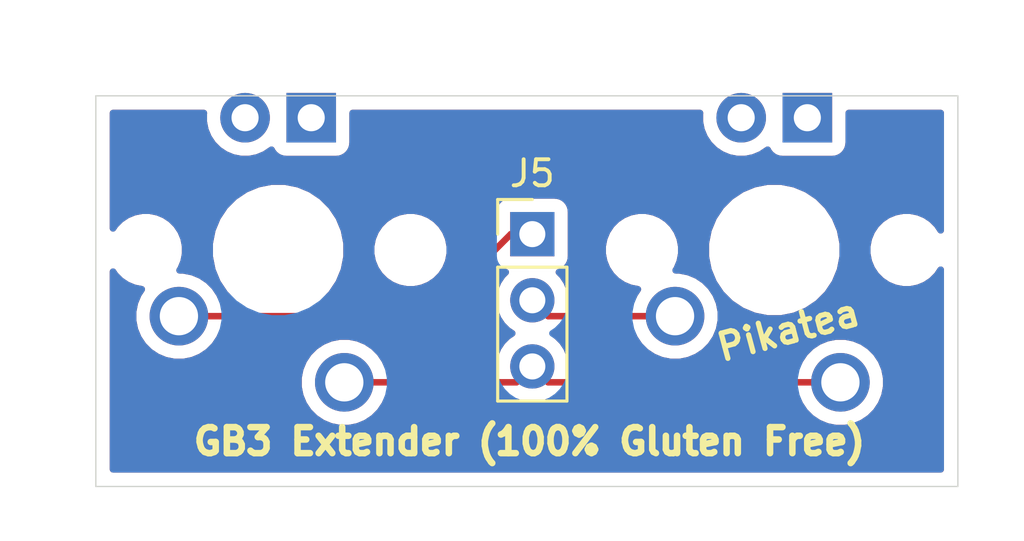
<source format=kicad_pcb>
(kicad_pcb (version 20171130) (host pcbnew "(5.1.6)-1")

  (general
    (thickness 1.6)
    (drawings 6)
    (tracks 9)
    (zones 0)
    (modules 3)
    (nets 7)
  )

  (page A4)
  (layers
    (0 F.Cu signal)
    (31 B.Cu signal)
    (32 B.Adhes user)
    (33 F.Adhes user)
    (34 B.Paste user)
    (35 F.Paste user)
    (36 B.SilkS user)
    (37 F.SilkS user)
    (38 B.Mask user)
    (39 F.Mask user)
    (40 Dwgs.User user)
    (41 Cmts.User user)
    (42 Eco1.User user)
    (43 Eco2.User user)
    (44 Edge.Cuts user)
    (45 Margin user)
    (46 B.CrtYd user)
    (47 F.CrtYd user)
    (48 B.Fab user)
    (49 F.Fab user)
  )

  (setup
    (last_trace_width 0.25)
    (trace_clearance 0.2)
    (zone_clearance 0.508)
    (zone_45_only no)
    (trace_min 0.2)
    (via_size 0.8)
    (via_drill 0.4)
    (via_min_size 0.4)
    (via_min_drill 0.3)
    (uvia_size 0.3)
    (uvia_drill 0.1)
    (uvias_allowed no)
    (uvia_min_size 0.2)
    (uvia_min_drill 0.1)
    (edge_width 0.05)
    (segment_width 0.2)
    (pcb_text_width 0.3)
    (pcb_text_size 1.5 1.5)
    (mod_edge_width 0.12)
    (mod_text_size 1 1)
    (mod_text_width 0.15)
    (pad_size 4 4)
    (pad_drill 4)
    (pad_to_mask_clearance 0.05)
    (aux_axis_origin 0 0)
    (visible_elements 7FFFFFFF)
    (pcbplotparams
      (layerselection 0x010fc_ffffffff)
      (usegerberextensions false)
      (usegerberattributes true)
      (usegerberadvancedattributes true)
      (creategerberjobfile true)
      (excludeedgelayer true)
      (linewidth 0.100000)
      (plotframeref false)
      (viasonmask false)
      (mode 1)
      (useauxorigin false)
      (hpglpennumber 1)
      (hpglpenspeed 20)
      (hpglpendiameter 15.000000)
      (psnegative false)
      (psa4output false)
      (plotreference true)
      (plotvalue true)
      (plotinvisibletext false)
      (padsonsilk false)
      (subtractmaskfromsilk false)
      (outputformat 1)
      (mirror false)
      (drillshape 0)
      (scaleselection 1)
      (outputdirectory "Gerbers"))
  )

  (net 0 "")
  (net 1 /A0)
  (net 2 /D6)
  (net 3 /D8)
  (net 4 "Net-(MX1-Pad4)")
  (net 5 "Net-(MX4-Pad3)")
  (net 6 "Net-(MX5-Pad3)")

  (net_class Default "This is the default net class."
    (clearance 0.2)
    (trace_width 0.25)
    (via_dia 0.8)
    (via_drill 0.4)
    (uvia_dia 0.3)
    (uvia_drill 0.1)
    (add_net /A0)
    (add_net /D6)
    (add_net /D8)
    (add_net "Net-(MX1-Pad4)")
    (add_net "Net-(MX4-Pad3)")
    (add_net "Net-(MX5-Pad3)")
  )

  (module MX_Only:MXOnly-1U locked (layer B.Cu) (tedit 5AC9901D) (tstamp 605AF270)
    (at 207.05 104.92)
    (path /605EA87D)
    (fp_text reference MX5 (at 0 -3.175) (layer Dwgs.User)
      (effects (font (size 1 1) (thickness 0.15)))
    )
    (fp_text value MX-LED (at 0 7.9375) (layer Dwgs.User)
      (effects (font (size 1 1) (thickness 0.15)))
    )
    (fp_line (start 5 7) (end 7 7) (layer Dwgs.User) (width 0.15))
    (fp_line (start 7 7) (end 7 5) (layer Dwgs.User) (width 0.15))
    (fp_line (start 5 -7) (end 7 -7) (layer Dwgs.User) (width 0.15))
    (fp_line (start 7 -7) (end 7 -5) (layer Dwgs.User) (width 0.15))
    (fp_line (start -7 -5) (end -7 -7) (layer Dwgs.User) (width 0.15))
    (fp_line (start -7 -7) (end -5 -7) (layer Dwgs.User) (width 0.15))
    (fp_line (start -5 7) (end -7 7) (layer Dwgs.User) (width 0.15))
    (fp_line (start -7 7) (end -7 5) (layer Dwgs.User) (width 0.15))
    (fp_line (start -9.525 9.525) (end 9.525 9.525) (layer Dwgs.User) (width 0.15))
    (fp_line (start 9.525 9.525) (end 9.525 -9.525) (layer Dwgs.User) (width 0.15))
    (fp_line (start 9.525 -9.525) (end -9.525 -9.525) (layer Dwgs.User) (width 0.15))
    (fp_line (start -9.525 -9.525) (end -9.525 9.525) (layer Dwgs.User) (width 0.15))
    (pad "" np_thru_hole circle (at 5.08 0 311.9004) (size 1.75 1.75) (drill 1.75) (layers *.Cu *.Mask))
    (pad "" np_thru_hole circle (at -5.08 0 311.9004) (size 1.75 1.75) (drill 1.75) (layers *.Cu *.Mask))
    (pad 4 thru_hole rect (at 1.27 -5.08) (size 1.905 1.905) (drill 1.04) (layers *.Cu F.Mask)
      (net 4 "Net-(MX1-Pad4)"))
    (pad 3 thru_hole circle (at -1.27 -5.08) (size 1.905 1.905) (drill 1.04) (layers *.Cu F.Mask)
      (net 6 "Net-(MX5-Pad3)"))
    (pad 1 thru_hole circle (at -3.81 2.54) (size 2.25 2.25) (drill 1.47) (layers *.Cu F.Mask)
      (net 2 /D6))
    (pad "" np_thru_hole circle (at 0 0) (size 3.9878 3.9878) (drill 3.9878) (layers *.Cu *.Mask))
    (pad 2 thru_hole circle (at 2.54 5.08) (size 2.25 2.25) (drill 1.47) (layers *.Cu F.Mask)
      (net 1 /A0))
  )

  (module MX_Only:MXOnly-1U locked (layer B.Cu) (tedit 5AC9901D) (tstamp 605AF259)
    (at 188 104.92)
    (path /605EA2A5)
    (fp_text reference MX4 (at 0 -3.175) (layer Dwgs.User)
      (effects (font (size 1 1) (thickness 0.15)))
    )
    (fp_text value MX-LED (at 0 7.9375) (layer Dwgs.User)
      (effects (font (size 1 1) (thickness 0.15)))
    )
    (fp_line (start 5 7) (end 7 7) (layer Dwgs.User) (width 0.15))
    (fp_line (start 7 7) (end 7 5) (layer Dwgs.User) (width 0.15))
    (fp_line (start 5 -7) (end 7 -7) (layer Dwgs.User) (width 0.15))
    (fp_line (start 7 -7) (end 7 -5) (layer Dwgs.User) (width 0.15))
    (fp_line (start -7 -5) (end -7 -7) (layer Dwgs.User) (width 0.15))
    (fp_line (start -7 -7) (end -5 -7) (layer Dwgs.User) (width 0.15))
    (fp_line (start -5 7) (end -7 7) (layer Dwgs.User) (width 0.15))
    (fp_line (start -7 7) (end -7 5) (layer Dwgs.User) (width 0.15))
    (fp_line (start -9.525 9.525) (end 9.525 9.525) (layer Dwgs.User) (width 0.15))
    (fp_line (start 9.525 9.525) (end 9.525 -9.525) (layer Dwgs.User) (width 0.15))
    (fp_line (start 9.525 -9.525) (end -9.525 -9.525) (layer Dwgs.User) (width 0.15))
    (fp_line (start -9.525 -9.525) (end -9.525 9.525) (layer Dwgs.User) (width 0.15))
    (pad "" np_thru_hole circle (at 5.08 0 311.9004) (size 1.75 1.75) (drill 1.75) (layers *.Cu *.Mask))
    (pad "" np_thru_hole circle (at -5.08 0 311.9004) (size 1.75 1.75) (drill 1.75) (layers *.Cu *.Mask))
    (pad 4 thru_hole rect (at 1.27 -5.08) (size 1.905 1.905) (drill 1.04) (layers *.Cu F.Mask)
      (net 4 "Net-(MX1-Pad4)"))
    (pad 3 thru_hole circle (at -1.27 -5.08) (size 1.905 1.905) (drill 1.04) (layers *.Cu F.Mask)
      (net 5 "Net-(MX4-Pad3)"))
    (pad 1 thru_hole circle (at -3.81 2.54) (size 2.25 2.25) (drill 1.47) (layers *.Cu F.Mask)
      (net 3 /D8))
    (pad "" np_thru_hole circle (at 0 0) (size 3.9878 3.9878) (drill 3.9878) (layers *.Cu *.Mask))
    (pad 2 thru_hole circle (at 2.54 5.08) (size 2.25 2.25) (drill 1.47) (layers *.Cu F.Mask)
      (net 1 /A0))
  )

  (module Connector_PinHeader_2.54mm:PinHeader_1x03_P2.54mm_Vertical (layer F.Cu) (tedit 59FED5CC) (tstamp 600A856D)
    (at 197.76 104.31)
    (descr "Through hole straight pin header, 1x03, 2.54mm pitch, single row")
    (tags "Through hole pin header THT 1x03 2.54mm single row")
    (path /601F09E4)
    (fp_text reference J5 (at 0 -2.33) (layer F.SilkS)
      (effects (font (size 1 1) (thickness 0.15)))
    )
    (fp_text value Conn_01x03_Male (at 0 7.41) (layer F.Fab)
      (effects (font (size 1 1) (thickness 0.15)))
    )
    (fp_line (start 1.8 -1.8) (end -1.8 -1.8) (layer F.CrtYd) (width 0.05))
    (fp_line (start 1.8 6.85) (end 1.8 -1.8) (layer F.CrtYd) (width 0.05))
    (fp_line (start -1.8 6.85) (end 1.8 6.85) (layer F.CrtYd) (width 0.05))
    (fp_line (start -1.8 -1.8) (end -1.8 6.85) (layer F.CrtYd) (width 0.05))
    (fp_line (start -1.33 -1.33) (end 0 -1.33) (layer F.SilkS) (width 0.12))
    (fp_line (start -1.33 0) (end -1.33 -1.33) (layer F.SilkS) (width 0.12))
    (fp_line (start -1.33 1.27) (end 1.33 1.27) (layer F.SilkS) (width 0.12))
    (fp_line (start 1.33 1.27) (end 1.33 6.41) (layer F.SilkS) (width 0.12))
    (fp_line (start -1.33 1.27) (end -1.33 6.41) (layer F.SilkS) (width 0.12))
    (fp_line (start -1.33 6.41) (end 1.33 6.41) (layer F.SilkS) (width 0.12))
    (fp_line (start -1.27 -0.635) (end -0.635 -1.27) (layer F.Fab) (width 0.1))
    (fp_line (start -1.27 6.35) (end -1.27 -0.635) (layer F.Fab) (width 0.1))
    (fp_line (start 1.27 6.35) (end -1.27 6.35) (layer F.Fab) (width 0.1))
    (fp_line (start 1.27 -1.27) (end 1.27 6.35) (layer F.Fab) (width 0.1))
    (fp_line (start -0.635 -1.27) (end 1.27 -1.27) (layer F.Fab) (width 0.1))
    (fp_text user %R (at 0 2.54 90) (layer F.Fab)
      (effects (font (size 1 1) (thickness 0.15)))
    )
    (pad 3 thru_hole oval (at 0 5.08) (size 1.7 1.7) (drill 1) (layers *.Cu *.Mask)
      (net 1 /A0))
    (pad 2 thru_hole oval (at 0 2.54) (size 1.7 1.7) (drill 1) (layers *.Cu *.Mask)
      (net 2 /D6))
    (pad 1 thru_hole rect (at 0 0) (size 1.7 1.7) (drill 1) (layers *.Cu *.Mask)
      (net 3 /D8))
    (model ${KISYS3DMOD}/Connector_PinHeader_2.54mm.3dshapes/PinHeader_1x03_P2.54mm_Vertical.wrl
      (at (xyz 0 0 0))
      (scale (xyz 1 1 1))
      (rotate (xyz 0 0 0))
    )
  )

  (gr_text Pikatea (at 207.59 107.99 15) (layer F.SilkS)
    (effects (font (size 1 1) (thickness 0.2)))
  )
  (gr_text "GB3 Extender (100% Gluten Free)" (at 197.65 112.27) (layer F.SilkS)
    (effects (font (size 1 1) (thickness 0.25)))
  )
  (gr_line (start 181 99) (end 181 114) (layer Edge.Cuts) (width 0.05))
  (gr_line (start 181 99) (end 214.1 99) (layer Edge.Cuts) (width 0.05))
  (gr_line (start 214.1 114) (end 181 114) (layer Edge.Cuts) (width 0.05) (tstamp 600A176B))
  (gr_line (start 214.1 114) (end 214.1 99) (layer Edge.Cuts) (width 0.05))

  (segment (start 198.37 110) (end 197.76 109.39) (width 0.25) (layer F.Cu) (net 1) (status 20))
  (segment (start 209.59 110) (end 198.37 110) (width 0.25) (layer F.Cu) (net 1) (status 10))
  (segment (start 197.15 110) (end 197.76 109.39) (width 0.25) (layer F.Cu) (net 1) (status 20))
  (segment (start 190.54 110) (end 197.15 110) (width 0.25) (layer F.Cu) (net 1) (status 10))
  (segment (start 198.37 107.46) (end 197.76 106.85) (width 0.25) (layer F.Cu) (net 2) (status 20))
  (segment (start 203.24 107.46) (end 198.37 107.46) (width 0.25) (layer F.Cu) (net 2) (status 10))
  (segment (start 184.19 107.46) (end 193.784 107.46) (width 0.25) (layer F.Cu) (net 3) (status 10))
  (segment (start 196.934 104.31) (end 197.76 104.31) (width 0.25) (layer F.Cu) (net 3) (status 30))
  (segment (start 193.784 107.46) (end 196.934 104.31) (width 0.25) (layer F.Cu) (net 3) (status 20))

  (zone (net 0) (net_name "") (layer F.Cu) (tstamp 0) (hatch edge 0.508)
    (connect_pads (clearance 0.508))
    (min_thickness 0.254)
    (fill yes (arc_segments 32) (thermal_gap 0.508) (thermal_bridge_width 0.508))
    (polygon
      (pts
        (xy 214.82 115.46) (xy 177.32 116) (xy 177.39 97.42) (xy 215.48 97.17)
      )
    )
    (filled_polygon
      (pts
        (xy 185.1425 99.683645) (xy 185.1425 99.996355) (xy 185.203507 100.303057) (xy 185.323176 100.591963) (xy 185.496908 100.851972)
        (xy 185.718028 101.073092) (xy 185.978037 101.246824) (xy 186.266943 101.366493) (xy 186.573645 101.4275) (xy 186.886355 101.4275)
        (xy 187.193057 101.366493) (xy 187.481963 101.246824) (xy 187.741972 101.073092) (xy 187.745549 101.069515) (xy 187.786963 101.146994)
        (xy 187.866315 101.243685) (xy 187.963006 101.323037) (xy 188.07332 101.382002) (xy 188.193018 101.418312) (xy 188.3175 101.430572)
        (xy 190.2225 101.430572) (xy 190.346982 101.418312) (xy 190.46668 101.382002) (xy 190.576994 101.323037) (xy 190.673685 101.243685)
        (xy 190.753037 101.146994) (xy 190.812002 101.03668) (xy 190.848312 100.916982) (xy 190.860572 100.7925) (xy 190.860572 99.66)
        (xy 204.197203 99.66) (xy 204.1925 99.683645) (xy 204.1925 99.996355) (xy 204.253507 100.303057) (xy 204.373176 100.591963)
        (xy 204.546908 100.851972) (xy 204.768028 101.073092) (xy 205.028037 101.246824) (xy 205.316943 101.366493) (xy 205.623645 101.4275)
        (xy 205.936355 101.4275) (xy 206.243057 101.366493) (xy 206.531963 101.246824) (xy 206.791972 101.073092) (xy 206.795549 101.069515)
        (xy 206.836963 101.146994) (xy 206.916315 101.243685) (xy 207.013006 101.323037) (xy 207.12332 101.382002) (xy 207.243018 101.418312)
        (xy 207.3675 101.430572) (xy 209.2725 101.430572) (xy 209.396982 101.418312) (xy 209.51668 101.382002) (xy 209.626994 101.323037)
        (xy 209.723685 101.243685) (xy 209.803037 101.146994) (xy 209.862002 101.03668) (xy 209.898312 100.916982) (xy 209.910572 100.7925)
        (xy 209.910572 99.66) (xy 213.440001 99.66) (xy 213.440001 104.162627) (xy 213.302893 103.957431) (xy 213.092569 103.747107)
        (xy 212.845253 103.581856) (xy 212.570451 103.468029) (xy 212.278722 103.41) (xy 211.981278 103.41) (xy 211.689549 103.468029)
        (xy 211.414747 103.581856) (xy 211.167431 103.747107) (xy 210.957107 103.957431) (xy 210.791856 104.204747) (xy 210.678029 104.479549)
        (xy 210.62 104.771278) (xy 210.62 105.068722) (xy 210.678029 105.360451) (xy 210.791856 105.635253) (xy 210.957107 105.882569)
        (xy 211.167431 106.092893) (xy 211.414747 106.258144) (xy 211.689549 106.371971) (xy 211.981278 106.43) (xy 212.278722 106.43)
        (xy 212.570451 106.371971) (xy 212.845253 106.258144) (xy 213.092569 106.092893) (xy 213.302893 105.882569) (xy 213.440001 105.677373)
        (xy 213.44 113.34) (xy 181.66 113.34) (xy 181.66 105.752204) (xy 181.747107 105.882569) (xy 181.957431 106.092893)
        (xy 182.204747 106.258144) (xy 182.479549 106.371971) (xy 182.762638 106.428281) (xy 182.630308 106.626327) (xy 182.497636 106.946627)
        (xy 182.43 107.286655) (xy 182.43 107.633345) (xy 182.497636 107.973373) (xy 182.630308 108.293673) (xy 182.822919 108.581935)
        (xy 183.068065 108.827081) (xy 183.356327 109.019692) (xy 183.676627 109.152364) (xy 184.016655 109.22) (xy 184.363345 109.22)
        (xy 184.703373 109.152364) (xy 185.023673 109.019692) (xy 185.311935 108.827081) (xy 185.557081 108.581935) (xy 185.749692 108.293673)
        (xy 185.780208 108.22) (xy 193.746678 108.22) (xy 193.784 108.223676) (xy 193.821322 108.22) (xy 193.821333 108.22)
        (xy 193.932986 108.209003) (xy 194.076247 108.165546) (xy 194.208276 108.094974) (xy 194.324001 108.000001) (xy 194.347804 107.970997)
        (xy 196.602921 105.715881) (xy 196.66582 105.749502) (xy 196.73838 105.771513) (xy 196.606525 105.903368) (xy 196.44401 106.146589)
        (xy 196.332068 106.416842) (xy 196.275 106.70374) (xy 196.275 106.99626) (xy 196.332068 107.283158) (xy 196.44401 107.553411)
        (xy 196.606525 107.796632) (xy 196.813368 108.003475) (xy 196.98776 108.12) (xy 196.813368 108.236525) (xy 196.606525 108.443368)
        (xy 196.44401 108.686589) (xy 196.332068 108.956842) (xy 196.275744 109.24) (xy 192.130208 109.24) (xy 192.099692 109.166327)
        (xy 191.907081 108.878065) (xy 191.661935 108.632919) (xy 191.373673 108.440308) (xy 191.053373 108.307636) (xy 190.713345 108.24)
        (xy 190.366655 108.24) (xy 190.026627 108.307636) (xy 189.706327 108.440308) (xy 189.418065 108.632919) (xy 189.172919 108.878065)
        (xy 188.980308 109.166327) (xy 188.847636 109.486627) (xy 188.78 109.826655) (xy 188.78 110.173345) (xy 188.847636 110.513373)
        (xy 188.980308 110.833673) (xy 189.172919 111.121935) (xy 189.418065 111.367081) (xy 189.706327 111.559692) (xy 190.026627 111.692364)
        (xy 190.366655 111.76) (xy 190.713345 111.76) (xy 191.053373 111.692364) (xy 191.373673 111.559692) (xy 191.661935 111.367081)
        (xy 191.907081 111.121935) (xy 192.099692 110.833673) (xy 192.130208 110.76) (xy 197.112678 110.76) (xy 197.15 110.763676)
        (xy 197.187047 110.760027) (xy 197.326842 110.817932) (xy 197.61374 110.875) (xy 197.90626 110.875) (xy 198.193158 110.817932)
        (xy 198.332953 110.760027) (xy 198.369999 110.763676) (xy 198.407322 110.76) (xy 207.999792 110.76) (xy 208.030308 110.833673)
        (xy 208.222919 111.121935) (xy 208.468065 111.367081) (xy 208.756327 111.559692) (xy 209.076627 111.692364) (xy 209.416655 111.76)
        (xy 209.763345 111.76) (xy 210.103373 111.692364) (xy 210.423673 111.559692) (xy 210.711935 111.367081) (xy 210.957081 111.121935)
        (xy 211.149692 110.833673) (xy 211.282364 110.513373) (xy 211.35 110.173345) (xy 211.35 109.826655) (xy 211.282364 109.486627)
        (xy 211.149692 109.166327) (xy 210.957081 108.878065) (xy 210.711935 108.632919) (xy 210.423673 108.440308) (xy 210.103373 108.307636)
        (xy 209.763345 108.24) (xy 209.416655 108.24) (xy 209.076627 108.307636) (xy 208.756327 108.440308) (xy 208.468065 108.632919)
        (xy 208.222919 108.878065) (xy 208.030308 109.166327) (xy 207.999792 109.24) (xy 199.244256 109.24) (xy 199.187932 108.956842)
        (xy 199.07599 108.686589) (xy 198.913475 108.443368) (xy 198.706632 108.236525) (xy 198.681901 108.22) (xy 201.649792 108.22)
        (xy 201.680308 108.293673) (xy 201.872919 108.581935) (xy 202.118065 108.827081) (xy 202.406327 109.019692) (xy 202.726627 109.152364)
        (xy 203.066655 109.22) (xy 203.413345 109.22) (xy 203.753373 109.152364) (xy 204.073673 109.019692) (xy 204.361935 108.827081)
        (xy 204.607081 108.581935) (xy 204.799692 108.293673) (xy 204.932364 107.973373) (xy 205 107.633345) (xy 205 107.286655)
        (xy 204.932364 106.946627) (xy 204.799692 106.626327) (xy 204.607081 106.338065) (xy 204.361935 106.092919) (xy 204.073673 105.900308)
        (xy 203.753373 105.767636) (xy 203.413345 105.7) (xy 203.264882 105.7) (xy 203.308144 105.635253) (xy 203.421971 105.360451)
        (xy 203.48 105.068722) (xy 203.48 104.771278) (xy 203.45808 104.661076) (xy 204.4211 104.661076) (xy 204.4211 105.178924)
        (xy 204.522127 105.686822) (xy 204.720299 106.165251) (xy 205.008 106.595826) (xy 205.374174 106.962) (xy 205.804749 107.249701)
        (xy 206.283178 107.447873) (xy 206.791076 107.5489) (xy 207.308924 107.5489) (xy 207.816822 107.447873) (xy 208.295251 107.249701)
        (xy 208.725826 106.962) (xy 209.092 106.595826) (xy 209.379701 106.165251) (xy 209.577873 105.686822) (xy 209.6789 105.178924)
        (xy 209.6789 104.661076) (xy 209.577873 104.153178) (xy 209.379701 103.674749) (xy 209.092 103.244174) (xy 208.725826 102.878)
        (xy 208.295251 102.590299) (xy 207.816822 102.392127) (xy 207.308924 102.2911) (xy 206.791076 102.2911) (xy 206.283178 102.392127)
        (xy 205.804749 102.590299) (xy 205.374174 102.878) (xy 205.008 103.244174) (xy 204.720299 103.674749) (xy 204.522127 104.153178)
        (xy 204.4211 104.661076) (xy 203.45808 104.661076) (xy 203.421971 104.479549) (xy 203.308144 104.204747) (xy 203.142893 103.957431)
        (xy 202.932569 103.747107) (xy 202.685253 103.581856) (xy 202.410451 103.468029) (xy 202.118722 103.41) (xy 201.821278 103.41)
        (xy 201.529549 103.468029) (xy 201.254747 103.581856) (xy 201.007431 103.747107) (xy 200.797107 103.957431) (xy 200.631856 104.204747)
        (xy 200.518029 104.479549) (xy 200.46 104.771278) (xy 200.46 105.068722) (xy 200.518029 105.360451) (xy 200.631856 105.635253)
        (xy 200.797107 105.882569) (xy 201.007431 106.092893) (xy 201.254747 106.258144) (xy 201.529549 106.371971) (xy 201.812638 106.428281)
        (xy 201.680308 106.626327) (xy 201.649792 106.7) (xy 199.244256 106.7) (xy 199.187932 106.416842) (xy 199.07599 106.146589)
        (xy 198.913475 105.903368) (xy 198.78162 105.771513) (xy 198.85418 105.749502) (xy 198.964494 105.690537) (xy 199.061185 105.611185)
        (xy 199.140537 105.514494) (xy 199.199502 105.40418) (xy 199.235812 105.284482) (xy 199.248072 105.16) (xy 199.248072 103.46)
        (xy 199.235812 103.335518) (xy 199.199502 103.21582) (xy 199.140537 103.105506) (xy 199.061185 103.008815) (xy 198.964494 102.929463)
        (xy 198.85418 102.870498) (xy 198.734482 102.834188) (xy 198.61 102.821928) (xy 196.91 102.821928) (xy 196.785518 102.834188)
        (xy 196.66582 102.870498) (xy 196.555506 102.929463) (xy 196.458815 103.008815) (xy 196.379463 103.105506) (xy 196.320498 103.21582)
        (xy 196.284188 103.335518) (xy 196.271928 103.46) (xy 196.271928 103.89727) (xy 193.469199 106.7) (xy 189.937826 106.7)
        (xy 190.042 106.595826) (xy 190.329701 106.165251) (xy 190.527873 105.686822) (xy 190.6289 105.178924) (xy 190.6289 104.771278)
        (xy 191.57 104.771278) (xy 191.57 105.068722) (xy 191.628029 105.360451) (xy 191.741856 105.635253) (xy 191.907107 105.882569)
        (xy 192.117431 106.092893) (xy 192.364747 106.258144) (xy 192.639549 106.371971) (xy 192.931278 106.43) (xy 193.228722 106.43)
        (xy 193.520451 106.371971) (xy 193.795253 106.258144) (xy 194.042569 106.092893) (xy 194.252893 105.882569) (xy 194.418144 105.635253)
        (xy 194.531971 105.360451) (xy 194.59 105.068722) (xy 194.59 104.771278) (xy 194.531971 104.479549) (xy 194.418144 104.204747)
        (xy 194.252893 103.957431) (xy 194.042569 103.747107) (xy 193.795253 103.581856) (xy 193.520451 103.468029) (xy 193.228722 103.41)
        (xy 192.931278 103.41) (xy 192.639549 103.468029) (xy 192.364747 103.581856) (xy 192.117431 103.747107) (xy 191.907107 103.957431)
        (xy 191.741856 104.204747) (xy 191.628029 104.479549) (xy 191.57 104.771278) (xy 190.6289 104.771278) (xy 190.6289 104.661076)
        (xy 190.527873 104.153178) (xy 190.329701 103.674749) (xy 190.042 103.244174) (xy 189.675826 102.878) (xy 189.245251 102.590299)
        (xy 188.766822 102.392127) (xy 188.258924 102.2911) (xy 187.741076 102.2911) (xy 187.233178 102.392127) (xy 186.754749 102.590299)
        (xy 186.324174 102.878) (xy 185.958 103.244174) (xy 185.670299 103.674749) (xy 185.472127 104.153178) (xy 185.3711 104.661076)
        (xy 185.3711 105.178924) (xy 185.472127 105.686822) (xy 185.670299 106.165251) (xy 185.958 106.595826) (xy 186.062174 106.7)
        (xy 185.780208 106.7) (xy 185.749692 106.626327) (xy 185.557081 106.338065) (xy 185.311935 106.092919) (xy 185.023673 105.900308)
        (xy 184.703373 105.767636) (xy 184.363345 105.7) (xy 184.214882 105.7) (xy 184.258144 105.635253) (xy 184.371971 105.360451)
        (xy 184.43 105.068722) (xy 184.43 104.771278) (xy 184.371971 104.479549) (xy 184.258144 104.204747) (xy 184.092893 103.957431)
        (xy 183.882569 103.747107) (xy 183.635253 103.581856) (xy 183.360451 103.468029) (xy 183.068722 103.41) (xy 182.771278 103.41)
        (xy 182.479549 103.468029) (xy 182.204747 103.581856) (xy 181.957431 103.747107) (xy 181.747107 103.957431) (xy 181.66 104.087796)
        (xy 181.66 99.66) (xy 185.147203 99.66)
      )
    )
  )
  (zone (net 0) (net_name "") (layer B.Cu) (tstamp 0) (hatch edge 0.508)
    (connect_pads (clearance 0.508))
    (min_thickness 0.254)
    (fill yes (arc_segments 32) (thermal_gap 0.508) (thermal_bridge_width 0.508))
    (polygon
      (pts
        (xy 215.15 115.47) (xy 177.56 116.12) (xy 177.33 97.27) (xy 215.22 97.04)
      )
    )
    (filled_polygon
      (pts
        (xy 185.1425 99.683645) (xy 185.1425 99.996355) (xy 185.203507 100.303057) (xy 185.323176 100.591963) (xy 185.496908 100.851972)
        (xy 185.718028 101.073092) (xy 185.978037 101.246824) (xy 186.266943 101.366493) (xy 186.573645 101.4275) (xy 186.886355 101.4275)
        (xy 187.193057 101.366493) (xy 187.481963 101.246824) (xy 187.741972 101.073092) (xy 187.745549 101.069515) (xy 187.786963 101.146994)
        (xy 187.866315 101.243685) (xy 187.963006 101.323037) (xy 188.07332 101.382002) (xy 188.193018 101.418312) (xy 188.3175 101.430572)
        (xy 190.2225 101.430572) (xy 190.346982 101.418312) (xy 190.46668 101.382002) (xy 190.576994 101.323037) (xy 190.673685 101.243685)
        (xy 190.753037 101.146994) (xy 190.812002 101.03668) (xy 190.848312 100.916982) (xy 190.860572 100.7925) (xy 190.860572 99.66)
        (xy 204.197203 99.66) (xy 204.1925 99.683645) (xy 204.1925 99.996355) (xy 204.253507 100.303057) (xy 204.373176 100.591963)
        (xy 204.546908 100.851972) (xy 204.768028 101.073092) (xy 205.028037 101.246824) (xy 205.316943 101.366493) (xy 205.623645 101.4275)
        (xy 205.936355 101.4275) (xy 206.243057 101.366493) (xy 206.531963 101.246824) (xy 206.791972 101.073092) (xy 206.795549 101.069515)
        (xy 206.836963 101.146994) (xy 206.916315 101.243685) (xy 207.013006 101.323037) (xy 207.12332 101.382002) (xy 207.243018 101.418312)
        (xy 207.3675 101.430572) (xy 209.2725 101.430572) (xy 209.396982 101.418312) (xy 209.51668 101.382002) (xy 209.626994 101.323037)
        (xy 209.723685 101.243685) (xy 209.803037 101.146994) (xy 209.862002 101.03668) (xy 209.898312 100.916982) (xy 209.910572 100.7925)
        (xy 209.910572 99.66) (xy 213.440001 99.66) (xy 213.440001 104.162627) (xy 213.302893 103.957431) (xy 213.092569 103.747107)
        (xy 212.845253 103.581856) (xy 212.570451 103.468029) (xy 212.278722 103.41) (xy 211.981278 103.41) (xy 211.689549 103.468029)
        (xy 211.414747 103.581856) (xy 211.167431 103.747107) (xy 210.957107 103.957431) (xy 210.791856 104.204747) (xy 210.678029 104.479549)
        (xy 210.62 104.771278) (xy 210.62 105.068722) (xy 210.678029 105.360451) (xy 210.791856 105.635253) (xy 210.957107 105.882569)
        (xy 211.167431 106.092893) (xy 211.414747 106.258144) (xy 211.689549 106.371971) (xy 211.981278 106.43) (xy 212.278722 106.43)
        (xy 212.570451 106.371971) (xy 212.845253 106.258144) (xy 213.092569 106.092893) (xy 213.302893 105.882569) (xy 213.440001 105.677373)
        (xy 213.44 113.34) (xy 181.66 113.34) (xy 181.66 109.826655) (xy 188.78 109.826655) (xy 188.78 110.173345)
        (xy 188.847636 110.513373) (xy 188.980308 110.833673) (xy 189.172919 111.121935) (xy 189.418065 111.367081) (xy 189.706327 111.559692)
        (xy 190.026627 111.692364) (xy 190.366655 111.76) (xy 190.713345 111.76) (xy 191.053373 111.692364) (xy 191.373673 111.559692)
        (xy 191.661935 111.367081) (xy 191.907081 111.121935) (xy 192.099692 110.833673) (xy 192.232364 110.513373) (xy 192.3 110.173345)
        (xy 192.3 109.826655) (xy 192.232364 109.486627) (xy 192.099692 109.166327) (xy 191.907081 108.878065) (xy 191.661935 108.632919)
        (xy 191.373673 108.440308) (xy 191.053373 108.307636) (xy 190.713345 108.24) (xy 190.366655 108.24) (xy 190.026627 108.307636)
        (xy 189.706327 108.440308) (xy 189.418065 108.632919) (xy 189.172919 108.878065) (xy 188.980308 109.166327) (xy 188.847636 109.486627)
        (xy 188.78 109.826655) (xy 181.66 109.826655) (xy 181.66 105.752204) (xy 181.747107 105.882569) (xy 181.957431 106.092893)
        (xy 182.204747 106.258144) (xy 182.479549 106.371971) (xy 182.762638 106.428281) (xy 182.630308 106.626327) (xy 182.497636 106.946627)
        (xy 182.43 107.286655) (xy 182.43 107.633345) (xy 182.497636 107.973373) (xy 182.630308 108.293673) (xy 182.822919 108.581935)
        (xy 183.068065 108.827081) (xy 183.356327 109.019692) (xy 183.676627 109.152364) (xy 184.016655 109.22) (xy 184.363345 109.22)
        (xy 184.703373 109.152364) (xy 185.023673 109.019692) (xy 185.311935 108.827081) (xy 185.557081 108.581935) (xy 185.749692 108.293673)
        (xy 185.882364 107.973373) (xy 185.95 107.633345) (xy 185.95 107.286655) (xy 185.882364 106.946627) (xy 185.749692 106.626327)
        (xy 185.557081 106.338065) (xy 185.311935 106.092919) (xy 185.023673 105.900308) (xy 184.703373 105.767636) (xy 184.363345 105.7)
        (xy 184.214882 105.7) (xy 184.258144 105.635253) (xy 184.371971 105.360451) (xy 184.43 105.068722) (xy 184.43 104.771278)
        (xy 184.40808 104.661076) (xy 185.3711 104.661076) (xy 185.3711 105.178924) (xy 185.472127 105.686822) (xy 185.670299 106.165251)
        (xy 185.958 106.595826) (xy 186.324174 106.962) (xy 186.754749 107.249701) (xy 187.233178 107.447873) (xy 187.741076 107.5489)
        (xy 188.258924 107.5489) (xy 188.766822 107.447873) (xy 189.245251 107.249701) (xy 189.675826 106.962) (xy 190.042 106.595826)
        (xy 190.329701 106.165251) (xy 190.527873 105.686822) (xy 190.6289 105.178924) (xy 190.6289 104.771278) (xy 191.57 104.771278)
        (xy 191.57 105.068722) (xy 191.628029 105.360451) (xy 191.741856 105.635253) (xy 191.907107 105.882569) (xy 192.117431 106.092893)
        (xy 192.364747 106.258144) (xy 192.639549 106.371971) (xy 192.931278 106.43) (xy 193.228722 106.43) (xy 193.520451 106.371971)
        (xy 193.795253 106.258144) (xy 194.042569 106.092893) (xy 194.252893 105.882569) (xy 194.418144 105.635253) (xy 194.531971 105.360451)
        (xy 194.59 105.068722) (xy 194.59 104.771278) (xy 194.531971 104.479549) (xy 194.418144 104.204747) (xy 194.252893 103.957431)
        (xy 194.042569 103.747107) (xy 193.795253 103.581856) (xy 193.520451 103.468029) (xy 193.480087 103.46) (xy 196.271928 103.46)
        (xy 196.271928 105.16) (xy 196.284188 105.284482) (xy 196.320498 105.40418) (xy 196.379463 105.514494) (xy 196.458815 105.611185)
        (xy 196.555506 105.690537) (xy 196.66582 105.749502) (xy 196.73838 105.771513) (xy 196.606525 105.903368) (xy 196.44401 106.146589)
        (xy 196.332068 106.416842) (xy 196.275 106.70374) (xy 196.275 106.99626) (xy 196.332068 107.283158) (xy 196.44401 107.553411)
        (xy 196.606525 107.796632) (xy 196.813368 108.003475) (xy 196.98776 108.12) (xy 196.813368 108.236525) (xy 196.606525 108.443368)
        (xy 196.44401 108.686589) (xy 196.332068 108.956842) (xy 196.275 109.24374) (xy 196.275 109.53626) (xy 196.332068 109.823158)
        (xy 196.44401 110.093411) (xy 196.606525 110.336632) (xy 196.813368 110.543475) (xy 197.056589 110.70599) (xy 197.326842 110.817932)
        (xy 197.61374 110.875) (xy 197.90626 110.875) (xy 198.193158 110.817932) (xy 198.463411 110.70599) (xy 198.706632 110.543475)
        (xy 198.913475 110.336632) (xy 199.07599 110.093411) (xy 199.186483 109.826655) (xy 207.83 109.826655) (xy 207.83 110.173345)
        (xy 207.897636 110.513373) (xy 208.030308 110.833673) (xy 208.222919 111.121935) (xy 208.468065 111.367081) (xy 208.756327 111.559692)
        (xy 209.076627 111.692364) (xy 209.416655 111.76) (xy 209.763345 111.76) (xy 210.103373 111.692364) (xy 210.423673 111.559692)
        (xy 210.711935 111.367081) (xy 210.957081 111.121935) (xy 211.149692 110.833673) (xy 211.282364 110.513373) (xy 211.35 110.173345)
        (xy 211.35 109.826655) (xy 211.282364 109.486627) (xy 211.149692 109.166327) (xy 210.957081 108.878065) (xy 210.711935 108.632919)
        (xy 210.423673 108.440308) (xy 210.103373 108.307636) (xy 209.763345 108.24) (xy 209.416655 108.24) (xy 209.076627 108.307636)
        (xy 208.756327 108.440308) (xy 208.468065 108.632919) (xy 208.222919 108.878065) (xy 208.030308 109.166327) (xy 207.897636 109.486627)
        (xy 207.83 109.826655) (xy 199.186483 109.826655) (xy 199.187932 109.823158) (xy 199.245 109.53626) (xy 199.245 109.24374)
        (xy 199.187932 108.956842) (xy 199.07599 108.686589) (xy 198.913475 108.443368) (xy 198.706632 108.236525) (xy 198.53224 108.12)
        (xy 198.706632 108.003475) (xy 198.913475 107.796632) (xy 199.07599 107.553411) (xy 199.187932 107.283158) (xy 199.245 106.99626)
        (xy 199.245 106.70374) (xy 199.187932 106.416842) (xy 199.07599 106.146589) (xy 198.913475 105.903368) (xy 198.78162 105.771513)
        (xy 198.85418 105.749502) (xy 198.964494 105.690537) (xy 199.061185 105.611185) (xy 199.140537 105.514494) (xy 199.199502 105.40418)
        (xy 199.235812 105.284482) (xy 199.248072 105.16) (xy 199.248072 104.771278) (xy 200.46 104.771278) (xy 200.46 105.068722)
        (xy 200.518029 105.360451) (xy 200.631856 105.635253) (xy 200.797107 105.882569) (xy 201.007431 106.092893) (xy 201.254747 106.258144)
        (xy 201.529549 106.371971) (xy 201.812638 106.428281) (xy 201.680308 106.626327) (xy 201.547636 106.946627) (xy 201.48 107.286655)
        (xy 201.48 107.633345) (xy 201.547636 107.973373) (xy 201.680308 108.293673) (xy 201.872919 108.581935) (xy 202.118065 108.827081)
        (xy 202.406327 109.019692) (xy 202.726627 109.152364) (xy 203.066655 109.22) (xy 203.413345 109.22) (xy 203.753373 109.152364)
        (xy 204.073673 109.019692) (xy 204.361935 108.827081) (xy 204.607081 108.581935) (xy 204.799692 108.293673) (xy 204.932364 107.973373)
        (xy 205 107.633345) (xy 205 107.286655) (xy 204.932364 106.946627) (xy 204.799692 106.626327) (xy 204.607081 106.338065)
        (xy 204.361935 106.092919) (xy 204.073673 105.900308) (xy 203.753373 105.767636) (xy 203.413345 105.7) (xy 203.264882 105.7)
        (xy 203.308144 105.635253) (xy 203.421971 105.360451) (xy 203.48 105.068722) (xy 203.48 104.771278) (xy 203.45808 104.661076)
        (xy 204.4211 104.661076) (xy 204.4211 105.178924) (xy 204.522127 105.686822) (xy 204.720299 106.165251) (xy 205.008 106.595826)
        (xy 205.374174 106.962) (xy 205.804749 107.249701) (xy 206.283178 107.447873) (xy 206.791076 107.5489) (xy 207.308924 107.5489)
        (xy 207.816822 107.447873) (xy 208.295251 107.249701) (xy 208.725826 106.962) (xy 209.092 106.595826) (xy 209.379701 106.165251)
        (xy 209.577873 105.686822) (xy 209.6789 105.178924) (xy 209.6789 104.661076) (xy 209.577873 104.153178) (xy 209.379701 103.674749)
        (xy 209.092 103.244174) (xy 208.725826 102.878) (xy 208.295251 102.590299) (xy 207.816822 102.392127) (xy 207.308924 102.2911)
        (xy 206.791076 102.2911) (xy 206.283178 102.392127) (xy 205.804749 102.590299) (xy 205.374174 102.878) (xy 205.008 103.244174)
        (xy 204.720299 103.674749) (xy 204.522127 104.153178) (xy 204.4211 104.661076) (xy 203.45808 104.661076) (xy 203.421971 104.479549)
        (xy 203.308144 104.204747) (xy 203.142893 103.957431) (xy 202.932569 103.747107) (xy 202.685253 103.581856) (xy 202.410451 103.468029)
        (xy 202.118722 103.41) (xy 201.821278 103.41) (xy 201.529549 103.468029) (xy 201.254747 103.581856) (xy 201.007431 103.747107)
        (xy 200.797107 103.957431) (xy 200.631856 104.204747) (xy 200.518029 104.479549) (xy 200.46 104.771278) (xy 199.248072 104.771278)
        (xy 199.248072 103.46) (xy 199.235812 103.335518) (xy 199.199502 103.21582) (xy 199.140537 103.105506) (xy 199.061185 103.008815)
        (xy 198.964494 102.929463) (xy 198.85418 102.870498) (xy 198.734482 102.834188) (xy 198.61 102.821928) (xy 196.91 102.821928)
        (xy 196.785518 102.834188) (xy 196.66582 102.870498) (xy 196.555506 102.929463) (xy 196.458815 103.008815) (xy 196.379463 103.105506)
        (xy 196.320498 103.21582) (xy 196.284188 103.335518) (xy 196.271928 103.46) (xy 193.480087 103.46) (xy 193.228722 103.41)
        (xy 192.931278 103.41) (xy 192.639549 103.468029) (xy 192.364747 103.581856) (xy 192.117431 103.747107) (xy 191.907107 103.957431)
        (xy 191.741856 104.204747) (xy 191.628029 104.479549) (xy 191.57 104.771278) (xy 190.6289 104.771278) (xy 190.6289 104.661076)
        (xy 190.527873 104.153178) (xy 190.329701 103.674749) (xy 190.042 103.244174) (xy 189.675826 102.878) (xy 189.245251 102.590299)
        (xy 188.766822 102.392127) (xy 188.258924 102.2911) (xy 187.741076 102.2911) (xy 187.233178 102.392127) (xy 186.754749 102.590299)
        (xy 186.324174 102.878) (xy 185.958 103.244174) (xy 185.670299 103.674749) (xy 185.472127 104.153178) (xy 185.3711 104.661076)
        (xy 184.40808 104.661076) (xy 184.371971 104.479549) (xy 184.258144 104.204747) (xy 184.092893 103.957431) (xy 183.882569 103.747107)
        (xy 183.635253 103.581856) (xy 183.360451 103.468029) (xy 183.068722 103.41) (xy 182.771278 103.41) (xy 182.479549 103.468029)
        (xy 182.204747 103.581856) (xy 181.957431 103.747107) (xy 181.747107 103.957431) (xy 181.66 104.087796) (xy 181.66 99.66)
        (xy 185.147203 99.66)
      )
    )
  )
)

</source>
